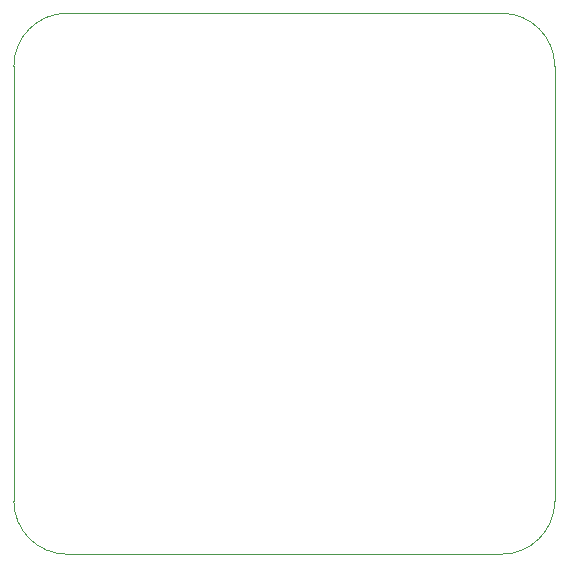
<source format=gbr>
%TF.GenerationSoftware,KiCad,Pcbnew,8.0.3*%
%TF.CreationDate,2024-07-17T14:54:55-05:00*%
%TF.ProjectId,Encoder,456e636f-6465-4722-9e6b-696361645f70,rev?*%
%TF.SameCoordinates,Original*%
%TF.FileFunction,Profile,NP*%
%FSLAX46Y46*%
G04 Gerber Fmt 4.6, Leading zero omitted, Abs format (unit mm)*
G04 Created by KiCad (PCBNEW 8.0.3) date 2024-07-17 14:54:55*
%MOMM*%
%LPD*%
G01*
G04 APERTURE LIST*
%TA.AperFunction,Profile*%
%ADD10C,0.050000*%
%TD*%
G04 APERTURE END LIST*
D10*
X113600000Y-105300000D02*
G75*
G02*
X109100000Y-100800000I0J4500000D01*
G01*
X113600000Y-105300000D02*
X150400000Y-105300000D01*
X154900000Y-82400000D02*
X154900000Y-64000000D01*
X132000000Y-59500000D02*
X113600000Y-59500000D01*
X109100000Y-64000000D02*
X109100000Y-100800000D01*
X109100000Y-64000000D02*
G75*
G02*
X113600000Y-59500000I4500000J0D01*
G01*
X150400000Y-59500000D02*
G75*
G02*
X154900000Y-64000000I0J-4500000D01*
G01*
X154900000Y-100800000D02*
G75*
G02*
X150400000Y-105300000I-4500000J0D01*
G01*
X154900000Y-82400000D02*
X154900000Y-100800000D01*
X132000000Y-59500000D02*
X150400000Y-59500000D01*
M02*

</source>
